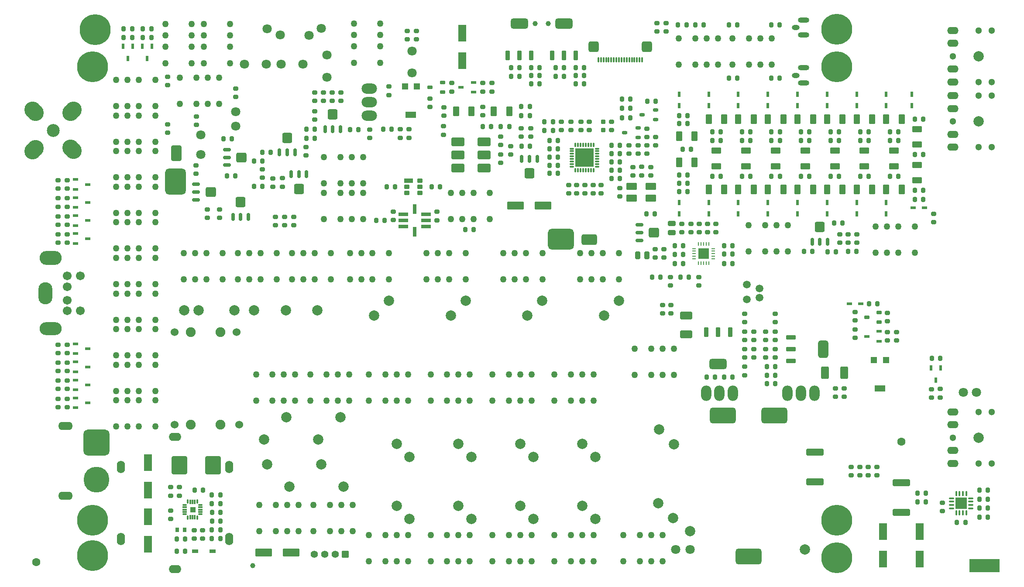
<source format=gts>
G04*
G04 #@! TF.GenerationSoftware,Altium Limited,Altium Designer,24.4.1 (13)*
G04*
G04 Layer_Color=8388736*
%FSLAX26Y26*%
%MOIN*%
G70*
G04*
G04 #@! TF.SameCoordinates,3F108B2F-3CCF-4823-96B3-378CED877835*
G04*
G04*
G04 #@! TF.FilePolarity,Negative*
G04*
G01*
G75*
G04:AMPARAMS|DCode=23|XSize=31.496mil|YSize=37.402mil|CornerRadius=5.197mil|HoleSize=0mil|Usage=FLASHONLY|Rotation=180.000|XOffset=0mil|YOffset=0mil|HoleType=Round|Shape=RoundedRectangle|*
%AMROUNDEDRECTD23*
21,1,0.031496,0.027008,0,0,180.0*
21,1,0.021102,0.037402,0,0,180.0*
1,1,0.010394,-0.010551,0.013504*
1,1,0.010394,0.010551,0.013504*
1,1,0.010394,0.010551,-0.013504*
1,1,0.010394,-0.010551,-0.013504*
%
%ADD23ROUNDEDRECTD23*%
G04:AMPARAMS|DCode=24|XSize=31.496mil|YSize=37.402mil|CornerRadius=5.197mil|HoleSize=0mil|Usage=FLASHONLY|Rotation=270.000|XOffset=0mil|YOffset=0mil|HoleType=Round|Shape=RoundedRectangle|*
%AMROUNDEDRECTD24*
21,1,0.031496,0.027008,0,0,270.0*
21,1,0.021102,0.037402,0,0,270.0*
1,1,0.010394,-0.013504,-0.010551*
1,1,0.010394,-0.013504,0.010551*
1,1,0.010394,0.013504,0.010551*
1,1,0.010394,0.013504,-0.010551*
%
%ADD24ROUNDEDRECTD24*%
G04:AMPARAMS|DCode=25|XSize=74.803mil|YSize=35.039mil|CornerRadius=8.76mil|HoleSize=0mil|Usage=FLASHONLY|Rotation=0.000|XOffset=0mil|YOffset=0mil|HoleType=Round|Shape=RoundedRectangle|*
%AMROUNDEDRECTD25*
21,1,0.074803,0.017520,0,0,0.0*
21,1,0.057283,0.035039,0,0,0.0*
1,1,0.017520,0.028642,-0.008760*
1,1,0.017520,-0.028642,-0.008760*
1,1,0.017520,-0.028642,0.008760*
1,1,0.017520,0.028642,0.008760*
%
%ADD25ROUNDEDRECTD25*%
G04:AMPARAMS|DCode=26|XSize=133.858mil|YSize=78.74mil|CornerRadius=19.685mil|HoleSize=0mil|Usage=FLASHONLY|Rotation=270.000|XOffset=0mil|YOffset=0mil|HoleType=Round|Shape=RoundedRectangle|*
%AMROUNDEDRECTD26*
21,1,0.133858,0.039370,0,0,270.0*
21,1,0.094488,0.078740,0,0,270.0*
1,1,0.039370,-0.019685,-0.047244*
1,1,0.039370,-0.019685,0.047244*
1,1,0.039370,0.019685,0.047244*
1,1,0.039370,0.019685,-0.047244*
%
%ADD26ROUNDEDRECTD26*%
G04:AMPARAMS|DCode=27|XSize=74.803mil|YSize=35.039mil|CornerRadius=8.76mil|HoleSize=0mil|Usage=FLASHONLY|Rotation=270.000|XOffset=0mil|YOffset=0mil|HoleType=Round|Shape=RoundedRectangle|*
%AMROUNDEDRECTD27*
21,1,0.074803,0.017520,0,0,270.0*
21,1,0.057283,0.035039,0,0,270.0*
1,1,0.017520,-0.008760,-0.028642*
1,1,0.017520,-0.008760,0.028642*
1,1,0.017520,0.008760,0.028642*
1,1,0.017520,0.008760,-0.028642*
%
%ADD27ROUNDEDRECTD27*%
G04:AMPARAMS|DCode=28|XSize=133.858mil|YSize=78.74mil|CornerRadius=19.685mil|HoleSize=0mil|Usage=FLASHONLY|Rotation=180.000|XOffset=0mil|YOffset=0mil|HoleType=Round|Shape=RoundedRectangle|*
%AMROUNDEDRECTD28*
21,1,0.133858,0.039370,0,0,180.0*
21,1,0.094488,0.078740,0,0,180.0*
1,1,0.039370,-0.047244,0.019685*
1,1,0.039370,0.047244,0.019685*
1,1,0.039370,0.047244,-0.019685*
1,1,0.039370,-0.047244,-0.019685*
%
%ADD28ROUNDEDRECTD28*%
G04:AMPARAMS|DCode=29|XSize=196.85mil|YSize=118.11mil|CornerRadius=17.716mil|HoleSize=0mil|Usage=FLASHONLY|Rotation=180.000|XOffset=0mil|YOffset=0mil|HoleType=Round|Shape=RoundedRectangle|*
%AMROUNDEDRECTD29*
21,1,0.196850,0.082677,0,0,180.0*
21,1,0.161417,0.118110,0,0,180.0*
1,1,0.035433,-0.080709,0.041339*
1,1,0.035433,0.080709,0.041339*
1,1,0.035433,0.080709,-0.041339*
1,1,0.035433,-0.080709,-0.041339*
%
%ADD29ROUNDEDRECTD29*%
G04:AMPARAMS|DCode=30|XSize=41.732mil|YSize=19.685mil|CornerRadius=1.968mil|HoleSize=0mil|Usage=FLASHONLY|Rotation=0.000|XOffset=0mil|YOffset=0mil|HoleType=Round|Shape=RoundedRectangle|*
%AMROUNDEDRECTD30*
21,1,0.041732,0.015748,0,0,0.0*
21,1,0.037795,0.019685,0,0,0.0*
1,1,0.003937,0.018898,-0.007874*
1,1,0.003937,-0.018898,-0.007874*
1,1,0.003937,-0.018898,0.007874*
1,1,0.003937,0.018898,0.007874*
%
%ADD30ROUNDEDRECTD30*%
%ADD31R,0.051181X0.051181*%
%ADD32R,0.078740X0.051181*%
G04:AMPARAMS|DCode=33|XSize=56.693mil|YSize=23.622mil|CornerRadius=3.898mil|HoleSize=0mil|Usage=FLASHONLY|Rotation=180.000|XOffset=0mil|YOffset=0mil|HoleType=Round|Shape=RoundedRectangle|*
%AMROUNDEDRECTD33*
21,1,0.056693,0.015827,0,0,180.0*
21,1,0.048898,0.023622,0,0,180.0*
1,1,0.007795,-0.024449,0.007913*
1,1,0.007795,0.024449,0.007913*
1,1,0.007795,0.024449,-0.007913*
1,1,0.007795,-0.024449,-0.007913*
%
%ADD33ROUNDEDRECTD33*%
G04:AMPARAMS|DCode=34|XSize=78.74mil|YSize=74.803mil|CornerRadius=12.342mil|HoleSize=0mil|Usage=FLASHONLY|Rotation=0.000|XOffset=0mil|YOffset=0mil|HoleType=Round|Shape=RoundedRectangle|*
%AMROUNDEDRECTD34*
21,1,0.078740,0.050118,0,0,0.0*
21,1,0.054055,0.074803,0,0,0.0*
1,1,0.024685,0.027028,-0.025059*
1,1,0.024685,-0.027028,-0.025059*
1,1,0.024685,-0.027028,0.025059*
1,1,0.024685,0.027028,0.025059*
%
%ADD34ROUNDEDRECTD34*%
G04:AMPARAMS|DCode=35|XSize=56.693mil|YSize=23.622mil|CornerRadius=3.898mil|HoleSize=0mil|Usage=FLASHONLY|Rotation=270.000|XOffset=0mil|YOffset=0mil|HoleType=Round|Shape=RoundedRectangle|*
%AMROUNDEDRECTD35*
21,1,0.056693,0.015827,0,0,270.0*
21,1,0.048898,0.023622,0,0,270.0*
1,1,0.007795,-0.007913,-0.024449*
1,1,0.007795,-0.007913,0.024449*
1,1,0.007795,0.007913,0.024449*
1,1,0.007795,0.007913,-0.024449*
%
%ADD35ROUNDEDRECTD35*%
G04:AMPARAMS|DCode=36|XSize=78.74mil|YSize=74.803mil|CornerRadius=12.342mil|HoleSize=0mil|Usage=FLASHONLY|Rotation=90.000|XOffset=0mil|YOffset=0mil|HoleType=Round|Shape=RoundedRectangle|*
%AMROUNDEDRECTD36*
21,1,0.078740,0.050118,0,0,90.0*
21,1,0.054055,0.074803,0,0,90.0*
1,1,0.024685,0.025059,0.027028*
1,1,0.024685,0.025059,-0.027028*
1,1,0.024685,-0.025059,-0.027028*
1,1,0.024685,-0.025059,0.027028*
%
%ADD36ROUNDEDRECTD36*%
G04:AMPARAMS|DCode=37|XSize=39.37mil|YSize=59.055mil|CornerRadius=6.496mil|HoleSize=0mil|Usage=FLASHONLY|Rotation=180.000|XOffset=0mil|YOffset=0mil|HoleType=Round|Shape=RoundedRectangle|*
%AMROUNDEDRECTD37*
21,1,0.039370,0.046063,0,0,180.0*
21,1,0.026378,0.059055,0,0,180.0*
1,1,0.012992,-0.013189,0.023032*
1,1,0.012992,0.013189,0.023032*
1,1,0.012992,0.013189,-0.023032*
1,1,0.012992,-0.013189,-0.023032*
%
%ADD37ROUNDEDRECTD37*%
G04:AMPARAMS|DCode=38|XSize=51.181mil|YSize=131.89mil|CornerRadius=5.118mil|HoleSize=0mil|Usage=FLASHONLY|Rotation=270.000|XOffset=0mil|YOffset=0mil|HoleType=Round|Shape=RoundedRectangle|*
%AMROUNDEDRECTD38*
21,1,0.051181,0.121654,0,0,270.0*
21,1,0.040945,0.131890,0,0,270.0*
1,1,0.010236,-0.060827,-0.020473*
1,1,0.010236,-0.060827,0.020473*
1,1,0.010236,0.060827,0.020473*
1,1,0.010236,0.060827,-0.020473*
%
%ADD38ROUNDEDRECTD38*%
G04:AMPARAMS|DCode=39|XSize=59.055mil|YSize=94.488mil|CornerRadius=10.335mil|HoleSize=0mil|Usage=FLASHONLY|Rotation=90.000|XOffset=0mil|YOffset=0mil|HoleType=Round|Shape=RoundedRectangle|*
%AMROUNDEDRECTD39*
21,1,0.059055,0.073819,0,0,90.0*
21,1,0.038386,0.094488,0,0,90.0*
1,1,0.020669,0.036910,0.019193*
1,1,0.020669,0.036910,-0.019193*
1,1,0.020669,-0.036910,-0.019193*
1,1,0.020669,-0.036910,0.019193*
%
%ADD39ROUNDEDRECTD39*%
G04:AMPARAMS|DCode=40|XSize=59.055mil|YSize=94.488mil|CornerRadius=10.335mil|HoleSize=0mil|Usage=FLASHONLY|Rotation=180.000|XOffset=0mil|YOffset=0mil|HoleType=Round|Shape=RoundedRectangle|*
%AMROUNDEDRECTD40*
21,1,0.059055,0.073819,0,0,180.0*
21,1,0.038386,0.094488,0,0,180.0*
1,1,0.020669,-0.019193,0.036910*
1,1,0.020669,0.019193,0.036910*
1,1,0.020669,0.019193,-0.036910*
1,1,0.020669,-0.019193,-0.036910*
%
%ADD40ROUNDEDRECTD40*%
G04:AMPARAMS|DCode=41|XSize=65mil|YSize=100mil|CornerRadius=6.5mil|HoleSize=0mil|Usage=FLASHONLY|Rotation=270.000|XOffset=0mil|YOffset=0mil|HoleType=Round|Shape=RoundedRectangle|*
%AMROUNDEDRECTD41*
21,1,0.065000,0.087000,0,0,270.0*
21,1,0.052000,0.100000,0,0,270.0*
1,1,0.013000,-0.043500,-0.026000*
1,1,0.013000,-0.043500,0.026000*
1,1,0.013000,0.043500,0.026000*
1,1,0.013000,0.043500,-0.026000*
%
%ADD41ROUNDEDRECTD41*%
G04:AMPARAMS|DCode=42|XSize=23.622mil|YSize=43.307mil|CornerRadius=7.795mil|HoleSize=0mil|Usage=FLASHONLY|Rotation=270.000|XOffset=0mil|YOffset=0mil|HoleType=Round|Shape=RoundedRectangle|*
%AMROUNDEDRECTD42*
21,1,0.023622,0.027716,0,0,270.0*
21,1,0.008031,0.043307,0,0,270.0*
1,1,0.015591,-0.013858,-0.004016*
1,1,0.015591,-0.013858,0.004016*
1,1,0.015591,0.013858,0.004016*
1,1,0.015591,0.013858,-0.004016*
%
%ADD42ROUNDEDRECTD42*%
G04:AMPARAMS|DCode=43|XSize=78.74mil|YSize=78.74mil|CornerRadius=13.78mil|HoleSize=0mil|Usage=FLASHONLY|Rotation=180.000|XOffset=0mil|YOffset=0mil|HoleType=Round|Shape=RoundedRectangle|*
%AMROUNDEDRECTD43*
21,1,0.078740,0.051181,0,0,180.0*
21,1,0.051181,0.078740,0,0,180.0*
1,1,0.027559,-0.025591,0.025591*
1,1,0.027559,0.025591,0.025591*
1,1,0.027559,0.025591,-0.025591*
1,1,0.027559,-0.025591,-0.025591*
%
%ADD43ROUNDEDRECTD43*%
G04:AMPARAMS|DCode=44|XSize=11.811mil|YSize=39.37mil|CornerRadius=2.067mil|HoleSize=0mil|Usage=FLASHONLY|Rotation=180.000|XOffset=0mil|YOffset=0mil|HoleType=Round|Shape=RoundedRectangle|*
%AMROUNDEDRECTD44*
21,1,0.011811,0.035236,0,0,180.0*
21,1,0.007677,0.039370,0,0,180.0*
1,1,0.004134,-0.003839,0.017618*
1,1,0.004134,0.003839,0.017618*
1,1,0.004134,0.003839,-0.017618*
1,1,0.004134,-0.003839,-0.017618*
%
%ADD44ROUNDEDRECTD44*%
G04:AMPARAMS|DCode=45|XSize=39.37mil|YSize=59.055mil|CornerRadius=6.496mil|HoleSize=0mil|Usage=FLASHONLY|Rotation=270.000|XOffset=0mil|YOffset=0mil|HoleType=Round|Shape=RoundedRectangle|*
%AMROUNDEDRECTD45*
21,1,0.039370,0.046063,0,0,270.0*
21,1,0.026378,0.059055,0,0,270.0*
1,1,0.012992,-0.023032,-0.013189*
1,1,0.012992,-0.023032,0.013189*
1,1,0.012992,0.023032,0.013189*
1,1,0.012992,0.023032,-0.013189*
%
%ADD45ROUNDEDRECTD45*%
G04:AMPARAMS|DCode=46|XSize=31.496mil|YSize=10.236mil|CornerRadius=1.28mil|HoleSize=0mil|Usage=FLASHONLY|Rotation=0.000|XOffset=0mil|YOffset=0mil|HoleType=Round|Shape=RoundedRectangle|*
%AMROUNDEDRECTD46*
21,1,0.031496,0.007677,0,0,0.0*
21,1,0.028937,0.010236,0,0,0.0*
1,1,0.002559,0.014469,-0.003839*
1,1,0.002559,-0.014469,-0.003839*
1,1,0.002559,-0.014469,0.003839*
1,1,0.002559,0.014469,0.003839*
%
%ADD46ROUNDEDRECTD46*%
G04:AMPARAMS|DCode=47|XSize=33.071mil|YSize=10.236mil|CornerRadius=1.28mil|HoleSize=0mil|Usage=FLASHONLY|Rotation=0.000|XOffset=0mil|YOffset=0mil|HoleType=Round|Shape=RoundedRectangle|*
%AMROUNDEDRECTD47*
21,1,0.033071,0.007677,0,0,0.0*
21,1,0.030512,0.010236,0,0,0.0*
1,1,0.002559,0.015256,-0.003839*
1,1,0.002559,-0.015256,-0.003839*
1,1,0.002559,-0.015256,0.003839*
1,1,0.002559,0.015256,0.003839*
%
%ADD47ROUNDEDRECTD47*%
G04:AMPARAMS|DCode=49|XSize=31.496mil|YSize=10.236mil|CornerRadius=1.28mil|HoleSize=0mil|Usage=FLASHONLY|Rotation=90.000|XOffset=0mil|YOffset=0mil|HoleType=Round|Shape=RoundedRectangle|*
%AMROUNDEDRECTD49*
21,1,0.031496,0.007677,0,0,90.0*
21,1,0.028937,0.010236,0,0,90.0*
1,1,0.002559,0.003839,0.014469*
1,1,0.002559,0.003839,-0.014469*
1,1,0.002559,-0.003839,-0.014469*
1,1,0.002559,-0.003839,0.014469*
%
%ADD49ROUNDEDRECTD49*%
G04:AMPARAMS|DCode=50|XSize=33.071mil|YSize=10.236mil|CornerRadius=1.28mil|HoleSize=0mil|Usage=FLASHONLY|Rotation=90.000|XOffset=0mil|YOffset=0mil|HoleType=Round|Shape=RoundedRectangle|*
%AMROUNDEDRECTD50*
21,1,0.033071,0.007677,0,0,90.0*
21,1,0.030512,0.010236,0,0,90.0*
1,1,0.002559,0.003839,0.015256*
1,1,0.002559,0.003839,-0.015256*
1,1,0.002559,-0.003839,-0.015256*
1,1,0.002559,-0.003839,0.015256*
%
%ADD50ROUNDEDRECTD50*%
G04:AMPARAMS|DCode=51|XSize=47.638mil|YSize=28.346mil|CornerRadius=2.835mil|HoleSize=0mil|Usage=FLASHONLY|Rotation=180.000|XOffset=0mil|YOffset=0mil|HoleType=Round|Shape=RoundedRectangle|*
%AMROUNDEDRECTD51*
21,1,0.047638,0.022677,0,0,180.0*
21,1,0.041969,0.028346,0,0,180.0*
1,1,0.005669,-0.020984,0.011339*
1,1,0.005669,0.020984,0.011339*
1,1,0.005669,0.020984,-0.011339*
1,1,0.005669,-0.020984,-0.011339*
%
%ADD51ROUNDEDRECTD51*%
G04:AMPARAMS|DCode=52|XSize=118.11mil|YSize=137.795mil|CornerRadius=11.811mil|HoleSize=0mil|Usage=FLASHONLY|Rotation=180.000|XOffset=0mil|YOffset=0mil|HoleType=Round|Shape=RoundedRectangle|*
%AMROUNDEDRECTD52*
21,1,0.118110,0.114173,0,0,180.0*
21,1,0.094488,0.137795,0,0,180.0*
1,1,0.023622,-0.047244,0.057087*
1,1,0.023622,0.047244,0.057087*
1,1,0.023622,0.047244,-0.057087*
1,1,0.023622,-0.047244,-0.057087*
%
%ADD52ROUNDEDRECTD52*%
G04:AMPARAMS|DCode=53|XSize=127.953mil|YSize=62.992mil|CornerRadius=9.449mil|HoleSize=0mil|Usage=FLASHONLY|Rotation=90.000|XOffset=0mil|YOffset=0mil|HoleType=Round|Shape=RoundedRectangle|*
%AMROUNDEDRECTD53*
21,1,0.127953,0.044094,0,0,90.0*
21,1,0.109055,0.062992,0,0,90.0*
1,1,0.018898,0.022047,0.054528*
1,1,0.018898,0.022047,-0.054528*
1,1,0.018898,-0.022047,-0.054528*
1,1,0.018898,-0.022047,0.054528*
%
%ADD53ROUNDEDRECTD53*%
G04:AMPARAMS|DCode=54|XSize=27.559mil|YSize=36.614mil|CornerRadius=4.547mil|HoleSize=0mil|Usage=FLASHONLY|Rotation=0.000|XOffset=0mil|YOffset=0mil|HoleType=Round|Shape=RoundedRectangle|*
%AMROUNDEDRECTD54*
21,1,0.027559,0.027520,0,0,0.0*
21,1,0.018465,0.036614,0,0,0.0*
1,1,0.009094,0.009232,-0.013760*
1,1,0.009094,-0.009232,-0.013760*
1,1,0.009094,-0.009232,0.013760*
1,1,0.009094,0.009232,0.013760*
%
%ADD54ROUNDEDRECTD54*%
%ADD55R,0.023622X0.043307*%
%ADD56R,0.043307X0.023622*%
G04:AMPARAMS|DCode=57|XSize=23.622mil|YSize=39.37mil|CornerRadius=3.543mil|HoleSize=0mil|Usage=FLASHONLY|Rotation=270.000|XOffset=0mil|YOffset=0mil|HoleType=Round|Shape=RoundedRectangle|*
%AMROUNDEDRECTD57*
21,1,0.023622,0.032283,0,0,270.0*
21,1,0.016535,0.039370,0,0,270.0*
1,1,0.007087,-0.016142,-0.008268*
1,1,0.007087,-0.016142,0.008268*
1,1,0.007087,0.016142,0.008268*
1,1,0.007087,0.016142,-0.008268*
%
%ADD57ROUNDEDRECTD57*%
G04:AMPARAMS|DCode=58|XSize=70.866mil|YSize=27.559mil|CornerRadius=1.929mil|HoleSize=0mil|Usage=FLASHONLY|Rotation=270.000|XOffset=0mil|YOffset=0mil|HoleType=Round|Shape=RoundedRectangle|*
%AMROUNDEDRECTD58*
21,1,0.070866,0.023701,0,0,270.0*
21,1,0.067008,0.027559,0,0,270.0*
1,1,0.003858,-0.011851,-0.033504*
1,1,0.003858,-0.011851,0.033504*
1,1,0.003858,0.011851,0.033504*
1,1,0.003858,0.011851,-0.033504*
%
%ADD58ROUNDEDRECTD58*%
G04:AMPARAMS|DCode=59|XSize=70.866mil|YSize=27.559mil|CornerRadius=1.929mil|HoleSize=0mil|Usage=FLASHONLY|Rotation=180.000|XOffset=0mil|YOffset=0mil|HoleType=Round|Shape=RoundedRectangle|*
%AMROUNDEDRECTD59*
21,1,0.070866,0.023701,0,0,180.0*
21,1,0.067008,0.027559,0,0,180.0*
1,1,0.003858,-0.033504,0.011851*
1,1,0.003858,0.033504,0.011851*
1,1,0.003858,0.033504,-0.011851*
1,1,0.003858,-0.033504,-0.011851*
%
%ADD59ROUNDEDRECTD59*%
%ADD60R,0.088583X0.088583*%
%ADD61O,0.012598X0.040551*%
%ADD62O,0.040551X0.012598*%
G04:AMPARAMS|DCode=63|XSize=78.74mil|YSize=55.118mil|CornerRadius=8.268mil|HoleSize=0mil|Usage=FLASHONLY|Rotation=0.000|XOffset=0mil|YOffset=0mil|HoleType=Round|Shape=RoundedRectangle|*
%AMROUNDEDRECTD63*
21,1,0.078740,0.038583,0,0,0.0*
21,1,0.062205,0.055118,0,0,0.0*
1,1,0.016535,0.031102,-0.019291*
1,1,0.016535,-0.031102,-0.019291*
1,1,0.016535,-0.031102,0.019291*
1,1,0.016535,0.031102,0.019291*
%
%ADD63ROUNDEDRECTD63*%
G04:AMPARAMS|DCode=64|XSize=69.055mil|YSize=31.89mil|CornerRadius=2.232mil|HoleSize=0mil|Usage=FLASHONLY|Rotation=0.000|XOffset=0mil|YOffset=0mil|HoleType=Round|Shape=RoundedRectangle|*
%AMROUNDEDRECTD64*
21,1,0.069055,0.027425,0,0,0.0*
21,1,0.064591,0.031890,0,0,0.0*
1,1,0.004465,0.032295,-0.013713*
1,1,0.004465,-0.032295,-0.013713*
1,1,0.004465,-0.032295,0.013713*
1,1,0.004465,0.032295,0.013713*
%
%ADD64ROUNDEDRECTD64*%
G04:AMPARAMS|DCode=65|XSize=37.559mil|YSize=31.89mil|CornerRadius=2.232mil|HoleSize=0mil|Usage=FLASHONLY|Rotation=0.000|XOffset=0mil|YOffset=0mil|HoleType=Round|Shape=RoundedRectangle|*
%AMROUNDEDRECTD65*
21,1,0.037559,0.027425,0,0,0.0*
21,1,0.033094,0.031890,0,0,0.0*
1,1,0.004465,0.016547,-0.013713*
1,1,0.004465,-0.016547,-0.013713*
1,1,0.004465,-0.016547,0.013713*
1,1,0.004465,0.016547,0.013713*
%
%ADD65ROUNDEDRECTD65*%
%ADD66O,0.086614X0.041339*%
%ADD67O,0.059055X0.039370*%
%ADD68R,0.139764X0.139764*%
%ADD69O,0.035433X0.010236*%
%ADD70O,0.010236X0.035433*%
G04:AMPARAMS|DCode=71|XSize=31.496mil|YSize=31.496mil|CornerRadius=4.724mil|HoleSize=0mil|Usage=FLASHONLY|Rotation=90.000|XOffset=0mil|YOffset=0mil|HoleType=Round|Shape=RoundedRectangle|*
%AMROUNDEDRECTD71*
21,1,0.031496,0.022047,0,0,90.0*
21,1,0.022047,0.031496,0,0,90.0*
1,1,0.009449,0.011024,0.011024*
1,1,0.009449,0.011024,-0.011024*
1,1,0.009449,-0.011024,-0.011024*
1,1,0.009449,-0.011024,0.011024*
%
%ADD71ROUNDEDRECTD71*%
G04:AMPARAMS|DCode=72|XSize=196.85mil|YSize=157.48mil|CornerRadius=25.984mil|HoleSize=0mil|Usage=FLASHONLY|Rotation=0.000|XOffset=0mil|YOffset=0mil|HoleType=Round|Shape=RoundedRectangle|*
%AMROUNDEDRECTD72*
21,1,0.196850,0.105512,0,0,0.0*
21,1,0.144882,0.157480,0,0,0.0*
1,1,0.051968,0.072441,-0.052756*
1,1,0.051968,-0.072441,-0.052756*
1,1,0.051968,-0.072441,0.052756*
1,1,0.051968,0.072441,0.052756*
%
%ADD72ROUNDEDRECTD72*%
G04:AMPARAMS|DCode=73|XSize=118.11mil|YSize=78.74mil|CornerRadius=12.992mil|HoleSize=0mil|Usage=FLASHONLY|Rotation=0.000|XOffset=0mil|YOffset=0mil|HoleType=Round|Shape=RoundedRectangle|*
%AMROUNDEDRECTD73*
21,1,0.118110,0.052756,0,0,0.0*
21,1,0.092126,0.078740,0,0,0.0*
1,1,0.025984,0.046063,-0.026378*
1,1,0.025984,-0.046063,-0.026378*
1,1,0.025984,-0.046063,0.026378*
1,1,0.025984,0.046063,0.026378*
%
%ADD73ROUNDEDRECTD73*%
G04:AMPARAMS|DCode=74|XSize=47.244mil|YSize=75.197mil|CornerRadius=8.268mil|HoleSize=0mil|Usage=FLASHONLY|Rotation=270.000|XOffset=0mil|YOffset=0mil|HoleType=Round|Shape=RoundedRectangle|*
%AMROUNDEDRECTD74*
21,1,0.047244,0.058661,0,0,270.0*
21,1,0.030709,0.075197,0,0,270.0*
1,1,0.016535,-0.029331,-0.015354*
1,1,0.016535,-0.029331,0.015354*
1,1,0.016535,0.029331,0.015354*
1,1,0.016535,0.029331,-0.015354*
%
%ADD74ROUNDEDRECTD74*%
%ADD75R,0.009842X0.027559*%
%ADD76R,0.027559X0.009842*%
%ADD77R,0.078740X0.078740*%
G04:AMPARAMS|DCode=78|XSize=118.11mil|YSize=78.74mil|CornerRadius=12.992mil|HoleSize=0mil|Usage=FLASHONLY|Rotation=90.000|XOffset=0mil|YOffset=0mil|HoleType=Round|Shape=RoundedRectangle|*
%AMROUNDEDRECTD78*
21,1,0.118110,0.052756,0,0,90.0*
21,1,0.092126,0.078740,0,0,90.0*
1,1,0.025984,0.026378,0.046063*
1,1,0.025984,0.026378,-0.046063*
1,1,0.025984,-0.026378,-0.046063*
1,1,0.025984,-0.026378,0.046063*
%
%ADD78ROUNDEDRECTD78*%
G04:AMPARAMS|DCode=79|XSize=196.85mil|YSize=157.48mil|CornerRadius=25.984mil|HoleSize=0mil|Usage=FLASHONLY|Rotation=90.000|XOffset=0mil|YOffset=0mil|HoleType=Round|Shape=RoundedRectangle|*
%AMROUNDEDRECTD79*
21,1,0.196850,0.105512,0,0,90.0*
21,1,0.144882,0.157480,0,0,90.0*
1,1,0.051968,0.052756,0.072441*
1,1,0.051968,0.052756,-0.072441*
1,1,0.051968,-0.052756,-0.072441*
1,1,0.051968,-0.052756,0.072441*
%
%ADD79ROUNDEDRECTD79*%
G04:AMPARAMS|DCode=80|XSize=41.732mil|YSize=19.685mil|CornerRadius=1.968mil|HoleSize=0mil|Usage=FLASHONLY|Rotation=90.000|XOffset=0mil|YOffset=0mil|HoleType=Round|Shape=RoundedRectangle|*
%AMROUNDEDRECTD80*
21,1,0.041732,0.015748,0,0,90.0*
21,1,0.037795,0.019685,0,0,90.0*
1,1,0.003937,0.007874,0.018898*
1,1,0.003937,0.007874,-0.018898*
1,1,0.003937,-0.007874,-0.018898*
1,1,0.003937,-0.007874,0.018898*
%
%ADD80ROUNDEDRECTD80*%
G04:AMPARAMS|DCode=81|XSize=47.244mil|YSize=75.197mil|CornerRadius=8.268mil|HoleSize=0mil|Usage=FLASHONLY|Rotation=0.000|XOffset=0mil|YOffset=0mil|HoleType=Round|Shape=RoundedRectangle|*
%AMROUNDEDRECTD81*
21,1,0.047244,0.058661,0,0,0.0*
21,1,0.030709,0.075197,0,0,0.0*
1,1,0.016535,0.015354,-0.029331*
1,1,0.016535,-0.015354,-0.029331*
1,1,0.016535,-0.015354,0.029331*
1,1,0.016535,0.015354,0.029331*
%
%ADD81ROUNDEDRECTD81*%
G04:AMPARAMS|DCode=82|XSize=127.953mil|YSize=62.992mil|CornerRadius=9.449mil|HoleSize=0mil|Usage=FLASHONLY|Rotation=0.000|XOffset=0mil|YOffset=0mil|HoleType=Round|Shape=RoundedRectangle|*
%AMROUNDEDRECTD82*
21,1,0.127953,0.044094,0,0,0.0*
21,1,0.109055,0.062992,0,0,0.0*
1,1,0.018898,0.054528,-0.022047*
1,1,0.018898,-0.054528,-0.022047*
1,1,0.018898,-0.054528,0.022047*
1,1,0.018898,0.054528,0.022047*
%
%ADD82ROUNDEDRECTD82*%
%ADD83C,0.039370*%
%ADD84R,0.039370X0.039370*%
%ADD85C,0.078740*%
%ADD86C,0.070866*%
%ADD87C,0.059055*%
%ADD88C,0.049528*%
%ADD89O,0.078740X0.118110*%
%ADD90C,0.060000*%
%ADD91C,0.074803*%
%ADD92C,0.236220*%
%ADD93O,0.118110X0.078740*%
%ADD94O,0.062992X0.094488*%
%ADD95O,0.094488X0.062992*%
%ADD96C,0.062992*%
%ADD97C,0.066992*%
%ADD98O,0.106362X0.169354*%
%ADD99O,0.169354X0.106362*%
%ADD100O,0.169354X0.098488*%
%ADD101C,0.196850*%
G04:AMPARAMS|DCode=102|XSize=196.85mil|YSize=196.85mil|CornerRadius=29.528mil|HoleSize=0mil|Usage=FLASHONLY|Rotation=90.000|XOffset=0mil|YOffset=0mil|HoleType=Round|Shape=RoundedRectangle|*
%AMROUNDEDRECTD102*
21,1,0.196850,0.137795,0,0,90.0*
21,1,0.137795,0.196850,0,0,90.0*
1,1,0.059055,0.068898,0.068898*
1,1,0.059055,0.068898,-0.068898*
1,1,0.059055,-0.068898,-0.068898*
1,1,0.059055,-0.068898,0.068898*
%
%ADD102ROUNDEDRECTD102*%
%ADD103O,0.110236X0.062992*%
G04:AMPARAMS|DCode=104|XSize=55.118mil|YSize=55.118mil|CornerRadius=9.646mil|HoleSize=0mil|Usage=FLASHONLY|Rotation=0.000|XOffset=0mil|YOffset=0mil|HoleType=Round|Shape=RoundedRectangle|*
%AMROUNDEDRECTD104*
21,1,0.055118,0.035827,0,0,0.0*
21,1,0.035827,0.055118,0,0,0.0*
1,1,0.019291,0.017913,-0.017913*
1,1,0.019291,-0.017913,-0.017913*
1,1,0.019291,-0.017913,0.017913*
1,1,0.019291,0.017913,0.017913*
%
%ADD104ROUNDEDRECTD104*%
%ADD105C,0.055118*%
%ADD106C,0.051181*%
%ADD107O,0.086614X0.055118*%
G04:AMPARAMS|DCode=108|XSize=157.48mil|YSize=125.984mil|CornerRadius=0mil|HoleSize=0mil|Usage=FLASHONLY|Rotation=135.000|XOffset=0mil|YOffset=0mil|HoleType=Round|Shape=Round|*
%AMOVALD108*
21,1,0.031496,0.125984,0.000000,0.000000,135.0*
1,1,0.125984,0.011136,-0.011136*
1,1,0.125984,-0.011136,0.011136*
%
%ADD108OVALD108*%

%ADD109C,0.098425*%
G04:AMPARAMS|DCode=110|XSize=157.48mil|YSize=125.984mil|CornerRadius=0mil|HoleSize=0mil|Usage=FLASHONLY|Rotation=225.000|XOffset=0mil|YOffset=0mil|HoleType=Round|Shape=Round|*
%AMOVALD110*
21,1,0.031496,0.125984,0.000000,0.000000,225.0*
1,1,0.125984,0.011136,0.011136*
1,1,0.125984,-0.011136,-0.011136*
%
%ADD110OVALD110*%

G36*
X7232971Y116292D02*
X7232971Y116292D01*
X7463229D01*
Y17867D01*
X7463229Y17867D01*
X7232914D01*
Y116236D01*
X7232971Y116292D01*
Y116292D01*
D02*
G37*
D23*
X4873425Y2268701D02*
D03*
X4809646D02*
D03*
X5025901Y2268701D02*
D03*
X5089681D02*
D03*
X1831498Y2961975D02*
D03*
X1767718D02*
D03*
X4578346Y3629383D02*
D03*
X4642126D02*
D03*
X2820866Y3398032D02*
D03*
X2757086D02*
D03*
X5289499Y1506443D02*
D03*
X5225720D02*
D03*
X5684252Y1584941D02*
D03*
X5748032D02*
D03*
X4072047Y3870614D02*
D03*
X4135827D02*
D03*
X4072047Y3803685D02*
D03*
X4135827D02*
D03*
X4226378Y3871294D02*
D03*
X4290158D02*
D03*
Y3809286D02*
D03*
X4226378D02*
D03*
X4290158Y3747278D02*
D03*
X4226378D02*
D03*
X3731496Y3803685D02*
D03*
X3795276D02*
D03*
X3731496Y3870614D02*
D03*
X3795276D02*
D03*
X3948926Y3746598D02*
D03*
X3885147D02*
D03*
Y3808606D02*
D03*
X3948926D02*
D03*
Y3870614D02*
D03*
X3885147D02*
D03*
X5424047Y1506443D02*
D03*
X5360267D02*
D03*
X6466142Y2067913D02*
D03*
X6529921D02*
D03*
X5684646Y1454724D02*
D03*
X5748425D02*
D03*
X5748032Y1521161D02*
D03*
X5684252D02*
D03*
X4836378Y3612205D02*
D03*
X4772599D02*
D03*
X4578346Y3558071D02*
D03*
X4642126D02*
D03*
X1316904Y643332D02*
D03*
X1380683D02*
D03*
X1447441Y604738D02*
D03*
X1511221D02*
D03*
Y538386D02*
D03*
X1447441D02*
D03*
X1447737Y473266D02*
D03*
X1511516D02*
D03*
X1447740Y407360D02*
D03*
X1511520D02*
D03*
X1511221Y341240D02*
D03*
X1447441D02*
D03*
X1447441Y274606D02*
D03*
X1511220D02*
D03*
X1179724Y270669D02*
D03*
X1243504D02*
D03*
Y177165D02*
D03*
X1179724D02*
D03*
X7008268Y1649606D02*
D03*
X6944488D02*
D03*
X4829921Y2751968D02*
D03*
X4766141D02*
D03*
X4579331Y3485236D02*
D03*
X4643110D02*
D03*
X4025787Y3311611D02*
D03*
X4089567D02*
D03*
X2766680Y2704641D02*
D03*
X2702900D02*
D03*
X3381496Y2633858D02*
D03*
X3445276D02*
D03*
X6880315Y3477362D02*
D03*
X6816535D02*
D03*
X6197717Y2682642D02*
D03*
X6261496D02*
D03*
X6370734Y2464763D02*
D03*
X6306954D02*
D03*
X7373032Y641590D02*
D03*
X7309252D02*
D03*
X7373028Y437720D02*
D03*
X7309249D02*
D03*
X6900000Y552165D02*
D03*
X6836221D02*
D03*
X6900000Y621057D02*
D03*
X6836221D02*
D03*
X1767718Y3156101D02*
D03*
X1831498D02*
D03*
X984646Y4166496D02*
D03*
X920866D02*
D03*
X837992D02*
D03*
X774213D02*
D03*
X3717914Y3420565D02*
D03*
X3654134D02*
D03*
X4562008Y3087201D02*
D03*
X4498228D02*
D03*
X3987401Y3456296D02*
D03*
X4051181D02*
D03*
Y3391335D02*
D03*
X3987401D02*
D03*
X5203939Y4195866D02*
D03*
X5140160D02*
D03*
X5078937Y3503252D02*
D03*
X5015157D02*
D03*
X5079134Y2923228D02*
D03*
X5015354D02*
D03*
X2231693Y3399606D02*
D03*
X2167913D02*
D03*
X4025787Y3124603D02*
D03*
X4089567D02*
D03*
X4025787Y3249603D02*
D03*
X4089567D02*
D03*
X3812598Y3269685D02*
D03*
X3876378D02*
D03*
X1561024Y3042913D02*
D03*
X1624803D02*
D03*
X6816535Y3204724D02*
D03*
X6880315D02*
D03*
Y2932938D02*
D03*
X6816535D02*
D03*
X5783858Y3790354D02*
D03*
X5720079D02*
D03*
X6213977Y2464567D02*
D03*
X6150197D02*
D03*
X6032151Y2464767D02*
D03*
X5968372D02*
D03*
X6816535Y2862948D02*
D03*
X6880315D02*
D03*
X6624410Y3380197D02*
D03*
X6688189D02*
D03*
X6624410Y3038661D02*
D03*
X6688189D02*
D03*
Y3312283D02*
D03*
X6624410D02*
D03*
X7137405Y395988D02*
D03*
X7201185D02*
D03*
X7373032Y506221D02*
D03*
X7309252D02*
D03*
X7373032Y574134D02*
D03*
X7309252D02*
D03*
X2167913Y3330709D02*
D03*
X2231693D02*
D03*
X1831498Y3222242D02*
D03*
X1895277D02*
D03*
X2565748Y3397047D02*
D03*
X2501968D02*
D03*
X920866Y4098583D02*
D03*
X984646D02*
D03*
X774213D02*
D03*
X837992D02*
D03*
X4498228Y3024209D02*
D03*
X4562008D02*
D03*
X4089567Y3061611D02*
D03*
X4025787D02*
D03*
X4498228Y3213186D02*
D03*
X4562008D02*
D03*
X4025787Y3187595D02*
D03*
X4089567D02*
D03*
X4498228Y3275791D02*
D03*
X4562008D02*
D03*
X4498228Y3150193D02*
D03*
X4562008D02*
D03*
X5783858Y4195866D02*
D03*
X5720079D02*
D03*
X5394291Y4195866D02*
D03*
X5458071D02*
D03*
X5394291Y3790354D02*
D03*
X5458071D02*
D03*
X3810630Y3571850D02*
D03*
X3874410D02*
D03*
X3810809Y3503837D02*
D03*
X3874588D02*
D03*
X3516535Y3420565D02*
D03*
X3580315D02*
D03*
X1535039Y3324803D02*
D03*
X1598819D02*
D03*
X2846850Y2959702D02*
D03*
X2783071D02*
D03*
X3189370D02*
D03*
X3125591D02*
D03*
X5071065Y4195866D02*
D03*
X5007286D02*
D03*
X5423194Y2510630D02*
D03*
X5359415D02*
D03*
X4983131Y2509653D02*
D03*
X5046910D02*
D03*
X5423194Y2446254D02*
D03*
X5359415D02*
D03*
X5046915Y2442720D02*
D03*
X4983135D02*
D03*
X5423194Y2372835D02*
D03*
X5359415D02*
D03*
X4983131D02*
D03*
X5046910D02*
D03*
X6398425Y3380197D02*
D03*
X6462205D02*
D03*
X6398425Y3038661D02*
D03*
X6462205D02*
D03*
Y3312283D02*
D03*
X6398425D02*
D03*
X6172441Y3380197D02*
D03*
X6236221D02*
D03*
X6172441Y3038661D02*
D03*
X6236221D02*
D03*
Y3312283D02*
D03*
X6172441D02*
D03*
X5720472Y3380197D02*
D03*
X5784252D02*
D03*
X5720472Y3038661D02*
D03*
X5784252D02*
D03*
Y3312283D02*
D03*
X5720472D02*
D03*
X5946457Y3380197D02*
D03*
X6010236D02*
D03*
X5946457Y3038661D02*
D03*
X6010236D02*
D03*
X5494488Y3380197D02*
D03*
X5558268D02*
D03*
X6010236Y3312283D02*
D03*
X5946457D02*
D03*
X5268504Y3380197D02*
D03*
X5332283D02*
D03*
X5268504Y3038661D02*
D03*
X5332283D02*
D03*
X5015354Y3441929D02*
D03*
X5079134D02*
D03*
X5494488Y3038661D02*
D03*
X5558268D02*
D03*
X5105709Y3247047D02*
D03*
X5041929D02*
D03*
X5015354Y3048228D02*
D03*
X5079134D02*
D03*
X5332283Y3312283D02*
D03*
X5268504D02*
D03*
X5079134Y2985236D02*
D03*
X5015354D02*
D03*
X5558268Y3312283D02*
D03*
X5494488D02*
D03*
D24*
X4949788Y2268686D02*
D03*
Y2204906D02*
D03*
X5165778Y2268701D02*
D03*
Y2204922D02*
D03*
X5677264Y1719488D02*
D03*
Y1655708D02*
D03*
X5587500Y1790256D02*
D03*
Y1854035D02*
D03*
X5516732Y1584941D02*
D03*
Y1521161D02*
D03*
X6360512Y1939961D02*
D03*
Y2003740D02*
D03*
Y1870748D02*
D03*
Y1806968D02*
D03*
X4769685Y3277953D02*
D03*
Y3214173D02*
D03*
X3114173Y3634646D02*
D03*
Y3570866D02*
D03*
X1831693Y3028150D02*
D03*
Y3091929D02*
D03*
X1505906Y2723268D02*
D03*
Y2787047D02*
D03*
X2073819Y2666929D02*
D03*
Y2730709D02*
D03*
X2002953Y2730709D02*
D03*
Y2666929D02*
D03*
X1931496Y2730709D02*
D03*
Y2666929D02*
D03*
X1984252Y3025000D02*
D03*
Y2961220D02*
D03*
X1913386Y3024410D02*
D03*
Y2960630D02*
D03*
X2800197Y3724803D02*
D03*
Y3661024D02*
D03*
X4898622Y2482677D02*
D03*
Y2418898D02*
D03*
X4833661D02*
D03*
Y2482677D02*
D03*
X2432480Y3615003D02*
D03*
Y3678783D02*
D03*
X6524606Y755512D02*
D03*
Y819291D02*
D03*
X6394685D02*
D03*
Y755512D02*
D03*
X6329725Y819291D02*
D03*
Y755512D02*
D03*
X6459646D02*
D03*
Y819291D02*
D03*
X5516732Y1988583D02*
D03*
Y1924803D02*
D03*
X5748032Y1854035D02*
D03*
Y1790256D02*
D03*
Y1988583D02*
D03*
Y1924803D02*
D03*
X5677264Y1790256D02*
D03*
Y1854035D02*
D03*
X5587500Y1655708D02*
D03*
Y1719488D02*
D03*
X6209646Y1419685D02*
D03*
Y1355906D02*
D03*
X6276176Y1419507D02*
D03*
Y1355727D02*
D03*
X5516732Y1790256D02*
D03*
Y1854035D02*
D03*
X4887795Y1991732D02*
D03*
Y2055512D02*
D03*
X4951772Y1991732D02*
D03*
Y2055512D02*
D03*
X5516732Y1719488D02*
D03*
Y1655708D02*
D03*
X5748032Y1719488D02*
D03*
Y1655708D02*
D03*
X4835630Y3339961D02*
D03*
Y3276181D02*
D03*
X4770355Y3340472D02*
D03*
Y3404252D02*
D03*
X1199803Y600984D02*
D03*
Y664764D02*
D03*
X1376968Y272835D02*
D03*
Y336614D02*
D03*
X1311024Y337008D02*
D03*
Y273228D02*
D03*
X1132874Y600984D02*
D03*
Y664764D02*
D03*
Y485583D02*
D03*
Y421803D02*
D03*
X6941929Y1414688D02*
D03*
Y1350908D02*
D03*
X4631890Y3275984D02*
D03*
Y3212205D02*
D03*
X4702756D02*
D03*
Y3275984D02*
D03*
X4730315Y3111614D02*
D03*
Y3047835D02*
D03*
X3278969Y3687914D02*
D03*
Y3751693D02*
D03*
X3515189Y3751378D02*
D03*
Y3687599D02*
D03*
X3586614Y3751378D02*
D03*
Y3687598D02*
D03*
X7010827Y1414764D02*
D03*
Y1350984D02*
D03*
X2952756Y3334252D02*
D03*
Y3398032D02*
D03*
X2886811Y3334252D02*
D03*
Y3398032D02*
D03*
X4798425Y3110630D02*
D03*
Y3046850D02*
D03*
X3166483Y2704641D02*
D03*
Y2768420D02*
D03*
X2832624Y2705231D02*
D03*
Y2769011D02*
D03*
X2939961Y4087205D02*
D03*
Y4150984D02*
D03*
X3010827Y4087205D02*
D03*
Y4150984D02*
D03*
X6371324Y2596657D02*
D03*
Y2532878D02*
D03*
X6306364Y2596657D02*
D03*
Y2532878D02*
D03*
X2231693Y3473004D02*
D03*
Y3536784D02*
D03*
X2365551Y3678783D02*
D03*
Y3615003D02*
D03*
X273465Y2595866D02*
D03*
Y2532087D02*
D03*
X273465Y1478740D02*
D03*
Y1414961D02*
D03*
Y1616535D02*
D03*
Y1552756D02*
D03*
Y1754331D02*
D03*
Y1690551D02*
D03*
X273465Y2733661D02*
D03*
Y2669882D02*
D03*
Y2871457D02*
D03*
Y2807677D02*
D03*
X273465Y1340945D02*
D03*
Y1277165D02*
D03*
X273465Y3009252D02*
D03*
Y2945472D02*
D03*
X4357874Y2908658D02*
D03*
Y2972438D02*
D03*
X3654134Y3141929D02*
D03*
Y3205709D02*
D03*
Y3279528D02*
D03*
Y3343307D02*
D03*
X4499212Y3455706D02*
D03*
Y3391926D02*
D03*
X4329331Y3391926D02*
D03*
Y3455705D02*
D03*
X4915354Y4210039D02*
D03*
Y4146260D02*
D03*
X6676181Y1849803D02*
D03*
Y1786024D02*
D03*
X6607441Y1995473D02*
D03*
Y1931693D02*
D03*
X4562008Y2951099D02*
D03*
Y2887320D02*
D03*
X5036364Y2675388D02*
D03*
Y2611609D02*
D03*
X1412402Y2787047D02*
D03*
Y2723268D02*
D03*
X6243110Y2532087D02*
D03*
Y2595866D02*
D03*
X7027169Y547556D02*
D03*
Y483776D02*
D03*
X1108849Y3736468D02*
D03*
Y3800248D02*
D03*
X2652559Y3397047D02*
D03*
Y3333268D02*
D03*
X2167323Y3263189D02*
D03*
Y3199409D02*
D03*
X2298622Y3678783D02*
D03*
Y3615003D02*
D03*
X2231693Y3678783D02*
D03*
Y3615003D02*
D03*
X341378Y2532087D02*
D03*
Y2595866D02*
D03*
X341378Y1414961D02*
D03*
Y1478740D02*
D03*
Y1552756D02*
D03*
Y1616535D02*
D03*
Y1690551D02*
D03*
Y1754331D02*
D03*
X341378Y2669882D02*
D03*
Y2733661D02*
D03*
Y2807677D02*
D03*
Y2871457D02*
D03*
X341378Y1277165D02*
D03*
Y1340945D02*
D03*
X341378Y2945472D02*
D03*
Y3009252D02*
D03*
X1109252Y3373622D02*
D03*
Y3437402D02*
D03*
X4419882Y2972438D02*
D03*
Y2908658D02*
D03*
X4233858Y2972438D02*
D03*
Y2908658D02*
D03*
X4295866Y2972438D02*
D03*
Y2908658D02*
D03*
X4171850Y2972438D02*
D03*
Y2908658D02*
D03*
X3729331Y3206299D02*
D03*
Y3270079D02*
D03*
X3880928Y3342416D02*
D03*
Y3406196D02*
D03*
X3809016Y3406733D02*
D03*
Y3342953D02*
D03*
X4266338Y3391926D02*
D03*
Y3455705D02*
D03*
X4190551Y3391926D02*
D03*
Y3455705D02*
D03*
X4114764Y3391926D02*
D03*
Y3455705D02*
D03*
X1327756Y3497441D02*
D03*
Y3433661D02*
D03*
X1327165Y3058925D02*
D03*
Y3122704D02*
D03*
X3515469Y3504921D02*
D03*
Y3568701D02*
D03*
X1627953Y3709055D02*
D03*
Y3645276D02*
D03*
X3217520Y3421654D02*
D03*
Y3357874D02*
D03*
X3218228Y3503937D02*
D03*
Y3567716D02*
D03*
X4661614Y3046453D02*
D03*
Y3110233D02*
D03*
X5106448Y2675394D02*
D03*
Y2611614D02*
D03*
X5170129Y2675394D02*
D03*
Y2611614D02*
D03*
X5233844Y2675388D02*
D03*
Y2611609D02*
D03*
X5294538Y2675384D02*
D03*
Y2611604D02*
D03*
X4846871Y4146324D02*
D03*
Y4210104D02*
D03*
X6959646Y2754331D02*
D03*
Y2690551D02*
D03*
X6607441Y1849803D02*
D03*
Y1786024D02*
D03*
D25*
X5870079Y1811024D02*
D03*
Y1720472D02*
D03*
Y1629921D02*
D03*
D26*
X6116142Y1720472D02*
D03*
D27*
X5404397Y1850787D02*
D03*
X5313846D02*
D03*
X5223294D02*
D03*
X4226378Y3961614D02*
D03*
X4135827D02*
D03*
X4045276D02*
D03*
X3885827D02*
D03*
X3795276D02*
D03*
X3704724D02*
D03*
D28*
X5313846Y1604725D02*
D03*
X4135827Y4207677D02*
D03*
X3795276D02*
D03*
D29*
X5743563Y1213504D02*
D03*
X5349862D02*
D03*
X5546713Y134764D02*
D03*
D30*
X6402953Y2067913D02*
D03*
X6317520D02*
D03*
X6888779Y2800197D02*
D03*
X6803346D02*
D03*
D31*
X6594488Y1637795D02*
D03*
X6503937D02*
D03*
X3011811Y3725394D02*
D03*
X2921260D02*
D03*
D32*
X6549213Y1421260D02*
D03*
X2966535Y3508858D02*
D03*
D33*
X4711023Y2668307D02*
D03*
Y2609252D02*
D03*
Y2550197D02*
D03*
X1327165Y2978347D02*
D03*
Y2919291D02*
D03*
Y2860236D02*
D03*
X1561024Y3243307D02*
D03*
Y3184252D02*
D03*
Y3125197D02*
D03*
D34*
X4823425Y2609252D02*
D03*
X1439567Y2919291D02*
D03*
X1673426Y3184252D02*
D03*
D35*
X1608268Y2730709D02*
D03*
X1667323D02*
D03*
X1726378D02*
D03*
X2170276Y3056693D02*
D03*
X2111220D02*
D03*
X2052165D02*
D03*
X2081694Y3222242D02*
D03*
X2022639D02*
D03*
X1963584D02*
D03*
X2311024Y3399213D02*
D03*
X2370079D02*
D03*
X2429134D02*
D03*
X6031757Y2539766D02*
D03*
X6090813D02*
D03*
X6149868D02*
D03*
X3931102Y3173819D02*
D03*
X3872047D02*
D03*
X3812992D02*
D03*
D36*
X1667323Y2843110D02*
D03*
X2111220Y2944291D02*
D03*
X2022639Y3334644D02*
D03*
X2370079Y3511615D02*
D03*
X6090813Y2652168D02*
D03*
X3872047Y3061417D02*
D03*
D37*
X4698031Y2436820D02*
D03*
X4768898D02*
D03*
D38*
X6054137Y705706D02*
D03*
Y934052D02*
D03*
X6711623Y472431D02*
D03*
Y700778D02*
D03*
D39*
X5068898Y1831693D02*
D03*
Y1977362D02*
D03*
D40*
X6128937Y1539370D02*
D03*
X6274606D02*
D03*
D41*
X3525197Y3302756D02*
D03*
Y3202756D02*
D03*
Y3102756D02*
D03*
X3325197Y3302756D02*
D03*
Y3202756D02*
D03*
Y3102756D02*
D03*
D42*
X4702756Y3335630D02*
D03*
Y3410433D02*
D03*
X4600394Y3373031D02*
D03*
X4834686Y3473186D02*
D03*
Y3547990D02*
D03*
X4732324Y3510588D02*
D03*
D43*
X4361221Y4028543D02*
D03*
X4770669D02*
D03*
D44*
X4733268Y3930118D02*
D03*
X4713583D02*
D03*
X4693898D02*
D03*
X4674213D02*
D03*
X4654528D02*
D03*
X4634842D02*
D03*
X4615158D02*
D03*
X4595472D02*
D03*
X4575787D02*
D03*
X4556102D02*
D03*
X4536417D02*
D03*
X4516732D02*
D03*
X4497047D02*
D03*
X4477362D02*
D03*
X4457677D02*
D03*
X4437992D02*
D03*
X4418307D02*
D03*
X4398622D02*
D03*
D45*
X4959646Y2609252D02*
D03*
Y2680118D02*
D03*
D46*
X1238167Y458811D02*
D03*
Y529677D02*
D03*
X1360214D02*
D03*
Y458811D02*
D03*
D47*
X1240135Y476528D02*
D03*
Y494244D02*
D03*
Y511961D02*
D03*
X1358242Y511957D02*
D03*
Y494241D02*
D03*
Y476524D02*
D03*
D49*
X1334623Y433221D02*
D03*
X1263757D02*
D03*
Y555268D02*
D03*
X1334623D02*
D03*
D50*
X1316904Y435186D02*
D03*
X1299187D02*
D03*
X1281471D02*
D03*
X1281471Y553296D02*
D03*
X1299187D02*
D03*
X1316904D02*
D03*
D51*
X1450984Y177165D02*
D03*
X1318701D02*
D03*
D52*
X1455512Y831693D02*
D03*
X1199606D02*
D03*
D53*
X959508Y642855D02*
D03*
Y852855D02*
D03*
X958779Y439776D02*
D03*
Y229776D02*
D03*
X6852362Y116457D02*
D03*
Y326457D02*
D03*
X3360236Y3921575D02*
D03*
Y4131575D02*
D03*
X6571850Y326457D02*
D03*
Y116457D02*
D03*
D54*
X1183661Y338277D02*
D03*
X1239567D02*
D03*
D55*
X6976378Y1483268D02*
D03*
X6938976Y1577756D02*
D03*
X7013780D02*
D03*
X952756Y3939961D02*
D03*
X915355Y4034449D02*
D03*
X990158D02*
D03*
X806102Y3939961D02*
D03*
X768701Y4034449D02*
D03*
X843504D02*
D03*
D56*
X3350394Y3719488D02*
D03*
X3444882Y3756890D02*
D03*
Y3682087D02*
D03*
X6448819Y1817913D02*
D03*
X6543307Y1855315D02*
D03*
Y1780512D02*
D03*
X500000Y2563976D02*
D03*
X405512Y2526575D02*
D03*
Y2601378D02*
D03*
X500000Y1446850D02*
D03*
X405512Y1409449D02*
D03*
Y1484252D02*
D03*
X500000Y1584646D02*
D03*
X405512Y1547244D02*
D03*
Y1622047D02*
D03*
X500000Y1722441D02*
D03*
X405512Y1685039D02*
D03*
Y1759842D02*
D03*
X500000Y2701772D02*
D03*
X405512Y2664370D02*
D03*
Y2739173D02*
D03*
X500000Y2839567D02*
D03*
X405512Y2802165D02*
D03*
Y2876968D02*
D03*
X500000Y1309055D02*
D03*
X405512Y1271654D02*
D03*
Y1346457D02*
D03*
X500000Y2977362D02*
D03*
X405512Y2939961D02*
D03*
Y3014764D02*
D03*
D57*
X3208661Y3757205D02*
D03*
X3114173Y3719803D02*
D03*
X3208661Y3682402D02*
D03*
X6543307Y2000984D02*
D03*
X6448819Y1963583D02*
D03*
X6543307Y1926181D02*
D03*
D58*
X2996994Y2617476D02*
D03*
Y2789838D02*
D03*
D59*
X2910813Y2656412D02*
D03*
Y2703657D02*
D03*
Y2750901D02*
D03*
X3083176Y2656412D02*
D03*
Y2703657D02*
D03*
Y2750901D02*
D03*
D60*
X7169291Y542323D02*
D03*
D61*
X7207677Y469882D02*
D03*
X7182087D02*
D03*
X7156496D02*
D03*
X7130906D02*
D03*
Y614764D02*
D03*
X7156496D02*
D03*
X7182087D02*
D03*
X7207677D02*
D03*
D62*
X7096850Y503937D02*
D03*
Y529528D02*
D03*
Y555118D02*
D03*
Y580709D02*
D03*
X7241732D02*
D03*
Y555118D02*
D03*
Y529528D02*
D03*
Y503937D02*
D03*
D63*
X4652756Y2872635D02*
D03*
X4798425D02*
D03*
Y2963186D02*
D03*
X4652756D02*
D03*
D64*
X2950118Y3006947D02*
D03*
D65*
X2935039Y2959702D02*
D03*
Y2912458D02*
D03*
X3037402D02*
D03*
Y2959702D02*
D03*
Y3006947D02*
D03*
D66*
X5967513Y3751968D02*
D03*
Y3868110D02*
D03*
Y4234252D02*
D03*
Y4118110D02*
D03*
D67*
X5907474Y3810039D02*
D03*
Y4176181D02*
D03*
D68*
X4292379Y3182284D02*
D03*
D69*
X4388442Y3251181D02*
D03*
Y3231496D02*
D03*
Y3211811D02*
D03*
Y3192126D02*
D03*
Y3172441D02*
D03*
Y3152756D02*
D03*
Y3133071D02*
D03*
Y3113386D02*
D03*
X4196316D02*
D03*
Y3133071D02*
D03*
Y3152756D02*
D03*
Y3172441D02*
D03*
Y3192126D02*
D03*
Y3211811D02*
D03*
Y3231496D02*
D03*
Y3251181D02*
D03*
D70*
X4361276Y3086221D02*
D03*
X4341591D02*
D03*
X4321906D02*
D03*
X4302221D02*
D03*
X4282536D02*
D03*
X4262851D02*
D03*
X4243166D02*
D03*
X4223481D02*
D03*
Y3278347D02*
D03*
X4243166D02*
D03*
X4262851D02*
D03*
X4282536D02*
D03*
X4302221D02*
D03*
X4321906D02*
D03*
X4341591D02*
D03*
X4361276D02*
D03*
D71*
X4435236Y3455706D02*
D03*
Y3392713D02*
D03*
D72*
X4114173Y2561024D02*
D03*
D73*
X4329173Y2556024D02*
D03*
D74*
X6832677Y3400540D02*
D03*
Y3282036D02*
D03*
Y3008661D02*
D03*
Y3127165D02*
D03*
X6656299Y3116220D02*
D03*
Y3234724D02*
D03*
X6430315Y3116220D02*
D03*
Y3234724D02*
D03*
X6204331Y3116220D02*
D03*
Y3234724D02*
D03*
X5752362Y3116220D02*
D03*
Y3234724D02*
D03*
X5978346Y3116220D02*
D03*
Y3234724D02*
D03*
X5300394Y3116220D02*
D03*
Y3234724D02*
D03*
X5526378Y3116220D02*
D03*
Y3234724D02*
D03*
D75*
X5162663Y2375791D02*
D03*
X5182348D02*
D03*
X5202033D02*
D03*
X5221718D02*
D03*
X5241403D02*
D03*
Y2521460D02*
D03*
X5221718D02*
D03*
X5202033D02*
D03*
X5182348D02*
D03*
X5162663D02*
D03*
D76*
X5274868Y2409256D02*
D03*
Y2428941D02*
D03*
Y2448626D02*
D03*
Y2468311D02*
D03*
Y2487996D02*
D03*
X5129198D02*
D03*
Y2468311D02*
D03*
Y2448626D02*
D03*
Y2428941D02*
D03*
Y2409256D02*
D03*
D77*
X5202033Y2448626D02*
D03*
D78*
X1175276Y3215000D02*
D03*
D79*
X1170276Y3000000D02*
D03*
D80*
X6791929Y3665450D02*
D03*
Y3580017D02*
D03*
X6597047Y3665450D02*
D03*
Y3580017D02*
D03*
Y2753408D02*
D03*
Y2838841D02*
D03*
X6371063Y3665450D02*
D03*
Y3580017D02*
D03*
Y2753408D02*
D03*
Y2838841D02*
D03*
X6145079Y3665450D02*
D03*
Y3580017D02*
D03*
Y2753408D02*
D03*
Y2838841D02*
D03*
X5693110Y3665450D02*
D03*
Y3580017D02*
D03*
Y2753408D02*
D03*
Y2838841D02*
D03*
X5919095Y3665450D02*
D03*
Y3580017D02*
D03*
Y2753408D02*
D03*
Y2838841D02*
D03*
X5241142Y3665450D02*
D03*
Y3580017D02*
D03*
Y2753408D02*
D03*
Y2838841D02*
D03*
X5015157Y3665450D02*
D03*
Y3580017D02*
D03*
Y2753408D02*
D03*
Y2838841D02*
D03*
X5467126Y3665450D02*
D03*
Y3580017D02*
D03*
Y2753408D02*
D03*
Y2838841D02*
D03*
D81*
X6715551Y3477638D02*
D03*
X6597047D02*
D03*
X3718701Y3536417D02*
D03*
X3600197D02*
D03*
X3430118Y3535827D02*
D03*
X3311614D02*
D03*
X6715551Y2941220D02*
D03*
X6597047D02*
D03*
X6489567Y3477638D02*
D03*
X6371063D02*
D03*
X6489567Y2941220D02*
D03*
X6371063D02*
D03*
X6263583Y3477638D02*
D03*
X6145079D02*
D03*
X6263583Y2941220D02*
D03*
X6145079D02*
D03*
X5811614Y3477638D02*
D03*
X5693110D02*
D03*
X5811614Y2941220D02*
D03*
X5693110D02*
D03*
X6037599Y3477638D02*
D03*
X5919095D02*
D03*
X6037599Y2941220D02*
D03*
X5919095D02*
D03*
X5585630Y3477638D02*
D03*
X5467126D02*
D03*
X5359646D02*
D03*
X5241142D02*
D03*
X5359646Y2941220D02*
D03*
X5241142D02*
D03*
X5585630D02*
D03*
X5467126D02*
D03*
X5133661Y3345569D02*
D03*
X5015157D02*
D03*
X5015551Y3147638D02*
D03*
X5134055D02*
D03*
D82*
X3765079Y2814961D02*
D03*
X3975079D02*
D03*
X1843819Y165354D02*
D03*
X2053819D02*
D03*
D83*
X3914370Y4207677D02*
D03*
X4016732Y4207677D02*
D03*
X1759843Y65110D02*
D03*
D84*
X1304112Y494244D02*
D03*
D85*
X5977362Y188976D02*
D03*
X5100276Y331031D02*
D03*
X4974358Y994146D02*
D03*
X4861221Y1107284D02*
D03*
X2957263Y424627D02*
D03*
X2858268Y523622D02*
D03*
X4970628Y428979D02*
D03*
X4857491Y542116D02*
D03*
X3902145Y424627D02*
D03*
X3803150Y523622D02*
D03*
X2037609Y670881D02*
D03*
X1867903Y840587D02*
D03*
X7303150Y3957677D02*
D03*
X2281289Y840758D02*
D03*
X2450995Y671053D02*
D03*
X7303150Y1043307D02*
D03*
Y3458661D02*
D03*
X4443121Y1977569D02*
D03*
X4556258Y2090706D02*
D03*
X3857491Y1977569D02*
D03*
X3970628Y2090706D02*
D03*
X3271861Y1977569D02*
D03*
X3384998Y2090706D02*
D03*
X2686231Y1977569D02*
D03*
X2799368Y2090706D02*
D03*
X2013858Y2015748D02*
D03*
X2253858D02*
D03*
X1768898D02*
D03*
X1618898D02*
D03*
X1344370D02*
D03*
X1234370D02*
D03*
X4276575Y996063D02*
D03*
X4375570Y897068D02*
D03*
X4276575Y523622D02*
D03*
X4375570Y424627D02*
D03*
X3803149Y996063D02*
D03*
X3902144Y897068D02*
D03*
X3330709Y996063D02*
D03*
X3429704Y897068D02*
D03*
X3330709Y523622D02*
D03*
X3429704Y424627D02*
D03*
X2858267Y996063D02*
D03*
X2957262Y897068D02*
D03*
X2428357Y1200995D02*
D03*
X2258651Y1031289D02*
D03*
X2014971Y1200823D02*
D03*
X1845265Y1031117D02*
D03*
D86*
X7187008Y1389764D02*
D03*
X7285433D02*
D03*
X2283852Y4171201D02*
D03*
X2188589Y4116201D02*
D03*
X1695669Y3895669D02*
D03*
X1863189D02*
D03*
X2142717D02*
D03*
X1975197D02*
D03*
X2325787Y3797244D02*
D03*
Y3964764D02*
D03*
X1868460Y4164976D02*
D03*
X1968154Y4118488D02*
D03*
X2977362Y3996063D02*
D03*
Y3828543D02*
D03*
X5100276Y189961D02*
D03*
X4990276D02*
D03*
X1363189Y3355197D02*
D03*
Y3205827D02*
D03*
X1627953Y3532362D02*
D03*
Y3422362D02*
D03*
D87*
X5628937Y2114055D02*
D03*
X5533937Y2099055D02*
D03*
X5628937Y2184055D02*
D03*
X5533937Y2214055D02*
D03*
D88*
X2514764Y3186024D02*
D03*
Y2986024D02*
D03*
X2428150Y3186024D02*
D03*
Y2986024D02*
D03*
X2601378D02*
D03*
Y3186024D02*
D03*
X2302165D02*
D03*
Y2986024D02*
D03*
X2514764Y2913976D02*
D03*
Y2713976D02*
D03*
X2428150Y2913976D02*
D03*
Y2713976D02*
D03*
X2601378D02*
D03*
Y2913976D02*
D03*
X2302165D02*
D03*
Y2713976D02*
D03*
X5636811Y4093110D02*
D03*
Y3893110D02*
D03*
X5550197Y4093110D02*
D03*
Y3893110D02*
D03*
X5723425D02*
D03*
Y4093110D02*
D03*
X5424213D02*
D03*
Y3893110D02*
D03*
X3358268Y2713976D02*
D03*
Y2913976D02*
D03*
X3444882Y2713976D02*
D03*
Y2913976D02*
D03*
X3271653D02*
D03*
Y2713976D02*
D03*
X3570866D02*
D03*
Y2913976D02*
D03*
X1414370Y3793898D02*
D03*
Y3593898D02*
D03*
X1327756Y3793898D02*
D03*
Y3593898D02*
D03*
X1500984D02*
D03*
Y3793898D02*
D03*
X1201772D02*
D03*
Y3593898D02*
D03*
X5226378Y4092126D02*
D03*
Y3892126D02*
D03*
X5139764Y4092126D02*
D03*
Y3892126D02*
D03*
X5312992D02*
D03*
Y4092126D02*
D03*
X5013780D02*
D03*
Y3892126D02*
D03*
X4344488Y2254331D02*
D03*
Y2454331D02*
D03*
X4431102Y2254331D02*
D03*
Y2454331D02*
D03*
X4257874D02*
D03*
Y2254331D02*
D03*
X4557087D02*
D03*
Y2454331D02*
D03*
X3971457D02*
D03*
Y2254331D02*
D03*
X3672244D02*
D03*
Y2454331D02*
D03*
X3845472D02*
D03*
Y2254331D02*
D03*
X3758858Y2454331D02*
D03*
Y2254331D02*
D03*
X1809055Y331102D02*
D03*
Y531102D02*
D03*
X2108268D02*
D03*
Y331102D02*
D03*
X1935040D02*
D03*
Y531102D02*
D03*
X2021654Y331102D02*
D03*
Y531102D02*
D03*
X6601639Y2457878D02*
D03*
Y2657878D02*
D03*
X6688253Y2457878D02*
D03*
Y2657878D02*
D03*
X6515025D02*
D03*
Y2457878D02*
D03*
X6814238D02*
D03*
Y2657878D02*
D03*
X5760104Y2664767D02*
D03*
Y2464767D02*
D03*
X5673490Y2664767D02*
D03*
Y2464767D02*
D03*
X5846718D02*
D03*
Y2664767D02*
D03*
X5547505D02*
D03*
Y2464767D02*
D03*
X1091339Y4117126D02*
D03*
X1291339D02*
D03*
X1091339Y4030512D02*
D03*
X1291339D02*
D03*
Y4203740D02*
D03*
X1091339D02*
D03*
Y3904528D02*
D03*
X1291339D02*
D03*
X1385236Y4117126D02*
D03*
X1585236D02*
D03*
X1385236Y4030512D02*
D03*
X1585236D02*
D03*
Y4203740D02*
D03*
X1385236D02*
D03*
Y3904528D02*
D03*
X1585236D02*
D03*
X2532874Y4119095D02*
D03*
X2732874D02*
D03*
X2532874Y4032480D02*
D03*
X2732874D02*
D03*
Y4205709D02*
D03*
X2532874D02*
D03*
Y3906496D02*
D03*
X2732874D02*
D03*
X803150Y2216535D02*
D03*
Y2416535D02*
D03*
X889764Y2216535D02*
D03*
Y2416535D02*
D03*
X716536D02*
D03*
Y2216535D02*
D03*
X1015748D02*
D03*
Y2416535D02*
D03*
X803150Y1400591D02*
D03*
Y1600591D02*
D03*
X889764Y1400591D02*
D03*
Y1600591D02*
D03*
X716535D02*
D03*
Y1400591D02*
D03*
X1015748D02*
D03*
Y1600591D02*
D03*
X803150Y1672638D02*
D03*
Y1872638D02*
D03*
X889764Y1672638D02*
D03*
Y1872638D02*
D03*
X716535D02*
D03*
Y1672638D02*
D03*
X1015748D02*
D03*
Y1872638D02*
D03*
X803150Y1944291D02*
D03*
Y2144291D02*
D03*
X889764Y1944291D02*
D03*
Y2144291D02*
D03*
X716535D02*
D03*
Y1944291D02*
D03*
X1015748D02*
D03*
Y2144291D02*
D03*
X803150Y2488189D02*
D03*
Y2688189D02*
D03*
X889764Y2488189D02*
D03*
Y2688189D02*
D03*
X716536D02*
D03*
Y2488189D02*
D03*
X1015748D02*
D03*
Y2688189D02*
D03*
X803150Y2760236D02*
D03*
Y2960236D02*
D03*
X889764Y2760236D02*
D03*
Y2960236D02*
D03*
X716535D02*
D03*
Y2760236D02*
D03*
X1015748D02*
D03*
Y2960236D02*
D03*
X803548Y1128385D02*
D03*
Y1328385D02*
D03*
X890162Y1128385D02*
D03*
Y1328385D02*
D03*
X716934D02*
D03*
Y1128385D02*
D03*
X1016146D02*
D03*
Y1328385D02*
D03*
X803150Y3031890D02*
D03*
Y3231890D02*
D03*
X889764Y3031890D02*
D03*
Y3231890D02*
D03*
X716535D02*
D03*
Y3031890D02*
D03*
X1015748D02*
D03*
Y3231890D02*
D03*
X803150Y3575787D02*
D03*
Y3775787D02*
D03*
X889764Y3575787D02*
D03*
Y3775787D02*
D03*
X716536D02*
D03*
Y3575787D02*
D03*
X1015748D02*
D03*
Y3775787D02*
D03*
X803150Y3304134D02*
D03*
Y3504134D02*
D03*
X889764Y3304134D02*
D03*
Y3504134D02*
D03*
X716536D02*
D03*
Y3304134D02*
D03*
X1015748D02*
D03*
Y3504134D02*
D03*
X3173229Y2254331D02*
D03*
Y2454331D02*
D03*
X3259843Y2254331D02*
D03*
Y2454331D02*
D03*
X3086614D02*
D03*
Y2254331D02*
D03*
X3385827D02*
D03*
Y2454331D02*
D03*
X2587599Y2254331D02*
D03*
Y2454331D02*
D03*
X2674213Y2254331D02*
D03*
Y2454331D02*
D03*
X2500984D02*
D03*
Y2254331D02*
D03*
X2800197D02*
D03*
Y2454331D02*
D03*
X2144685Y2253740D02*
D03*
Y2453740D02*
D03*
X2231299Y2253740D02*
D03*
Y2453740D02*
D03*
X2058071D02*
D03*
Y2253740D02*
D03*
X2357284D02*
D03*
Y2453740D02*
D03*
X1731299Y2254331D02*
D03*
Y2454331D02*
D03*
X1817913Y2254331D02*
D03*
Y2454331D02*
D03*
X1644685D02*
D03*
Y2254331D02*
D03*
X1943898D02*
D03*
Y2454331D02*
D03*
X1317914Y2254331D02*
D03*
Y2454331D02*
D03*
X1404528Y2254331D02*
D03*
Y2454331D02*
D03*
X1231299D02*
D03*
Y2254331D02*
D03*
X1530512D02*
D03*
Y2454331D02*
D03*
X4888780Y1723032D02*
D03*
Y1523032D02*
D03*
X4802166Y1723032D02*
D03*
Y1523032D02*
D03*
X4975394D02*
D03*
Y1723032D02*
D03*
X4676181D02*
D03*
Y1523032D02*
D03*
X4803150Y300197D02*
D03*
Y100197D02*
D03*
X4716535Y300197D02*
D03*
Y100197D02*
D03*
X4889764D02*
D03*
Y300197D02*
D03*
X4590551D02*
D03*
Y100197D02*
D03*
X4276575Y1525197D02*
D03*
Y1325197D02*
D03*
X4189961Y1525197D02*
D03*
Y1325197D02*
D03*
X4363189D02*
D03*
Y1525197D02*
D03*
X4063977D02*
D03*
Y1325197D02*
D03*
X4276575Y300788D02*
D03*
Y100788D02*
D03*
X4189961Y300788D02*
D03*
Y100788D02*
D03*
X4363189D02*
D03*
Y300788D02*
D03*
X4063977D02*
D03*
Y100788D02*
D03*
X3803149Y1525197D02*
D03*
Y1325197D02*
D03*
X3716535Y1525197D02*
D03*
Y1325197D02*
D03*
X3889764D02*
D03*
Y1525197D02*
D03*
X3590551D02*
D03*
Y1325197D02*
D03*
X3803150Y300788D02*
D03*
Y100788D02*
D03*
X3716536Y300788D02*
D03*
Y100788D02*
D03*
X3889764D02*
D03*
Y300788D02*
D03*
X3590551D02*
D03*
Y100788D02*
D03*
X3330709Y1525197D02*
D03*
Y1325197D02*
D03*
X3244094Y1525197D02*
D03*
Y1325197D02*
D03*
X3417323D02*
D03*
Y1525197D02*
D03*
X3118110D02*
D03*
Y1325197D02*
D03*
X3330709Y300788D02*
D03*
Y100788D02*
D03*
X3244095Y300788D02*
D03*
Y100788D02*
D03*
X3417323D02*
D03*
Y300788D02*
D03*
X3118110D02*
D03*
Y100788D02*
D03*
X2858267Y1525197D02*
D03*
Y1325197D02*
D03*
X2771653Y1525197D02*
D03*
Y1325197D02*
D03*
X2944882D02*
D03*
Y1525197D02*
D03*
X2645669D02*
D03*
Y1325197D02*
D03*
X2858268Y300788D02*
D03*
Y100788D02*
D03*
X2771654Y300788D02*
D03*
Y100788D02*
D03*
X2944882D02*
D03*
Y300788D02*
D03*
X2645669D02*
D03*
Y100788D02*
D03*
X2410433Y1525197D02*
D03*
Y1325197D02*
D03*
X2323819Y1525197D02*
D03*
Y1325197D02*
D03*
X2497047D02*
D03*
Y1525197D02*
D03*
X2197835D02*
D03*
Y1325197D02*
D03*
X2435039Y531274D02*
D03*
Y331274D02*
D03*
X2348425Y531274D02*
D03*
Y331274D02*
D03*
X2521654D02*
D03*
Y531274D02*
D03*
X2222441D02*
D03*
Y331274D02*
D03*
X1997047Y1524803D02*
D03*
Y1324803D02*
D03*
X1910433Y1524803D02*
D03*
Y1324803D02*
D03*
X2083662D02*
D03*
Y1524803D02*
D03*
X1784449D02*
D03*
Y1324803D02*
D03*
D89*
X5426181Y1383576D02*
D03*
X5323819D02*
D03*
X5221457D02*
D03*
X6048228Y1383858D02*
D03*
X5945866D02*
D03*
X5843504D02*
D03*
D90*
X1162402Y1848425D02*
D03*
X1634843D02*
D03*
X1654528Y1142717D02*
D03*
X1162402D02*
D03*
D91*
X1511811Y1848425D02*
D03*
X1511811Y1142717D02*
D03*
X1285433D02*
D03*
Y1848425D02*
D03*
D92*
X6220473Y4163386D02*
D03*
X6220472Y3877953D02*
D03*
Y413386D02*
D03*
X6220473Y127953D02*
D03*
X557087Y4160434D02*
D03*
X537402Y142717D02*
D03*
X537402Y413386D02*
D03*
Y3877953D02*
D03*
D93*
X2650591Y3503937D02*
D03*
Y3606299D02*
D03*
Y3708661D02*
D03*
D94*
X1577756Y269685D02*
D03*
Y820866D02*
D03*
X750984Y269685D02*
D03*
Y820866D02*
D03*
D95*
X1164370Y41339D02*
D03*
Y1049213D02*
D03*
D96*
X6711614Y1011811D02*
D03*
X107284Y94488D02*
D03*
D97*
X441977Y2279527D02*
D03*
Y2011811D02*
D03*
X343552Y2279527D02*
D03*
Y2011811D02*
D03*
Y2196869D02*
D03*
Y2094469D02*
D03*
D98*
X175197Y2145669D02*
D03*
D99*
X214497Y2415369D02*
D03*
D100*
Y1875984D02*
D03*
D101*
X564961Y724409D02*
D03*
D102*
Y1007874D02*
D03*
D103*
X328740Y600394D02*
D03*
Y1131890D02*
D03*
D104*
X2466535Y151575D02*
D03*
D105*
X2387795D02*
D03*
X2309055D02*
D03*
X2230315D02*
D03*
D106*
X7303150Y3760827D02*
D03*
Y4154528D02*
D03*
X7401575D02*
D03*
Y3760827D02*
D03*
X7106299Y3957677D02*
D03*
Y1043307D02*
D03*
X7401575Y846457D02*
D03*
Y1240158D02*
D03*
X7303150D02*
D03*
Y846457D02*
D03*
X7106299Y3458661D02*
D03*
X7401575Y3261811D02*
D03*
Y3655512D02*
D03*
X7303150D02*
D03*
Y3261811D02*
D03*
D107*
X7106299Y3760827D02*
D03*
Y4154528D02*
D03*
Y4056102D02*
D03*
Y3859252D02*
D03*
Y944882D02*
D03*
Y1141732D02*
D03*
Y1240158D02*
D03*
Y846457D02*
D03*
Y3360236D02*
D03*
Y3557087D02*
D03*
Y3655512D02*
D03*
Y3261811D02*
D03*
D108*
X378937Y3245079D02*
D03*
X89567Y3536417D02*
D03*
D109*
X234252Y3390748D02*
D03*
D110*
X377953Y3537401D02*
D03*
X90551Y3244095D02*
D03*
M02*

</source>
